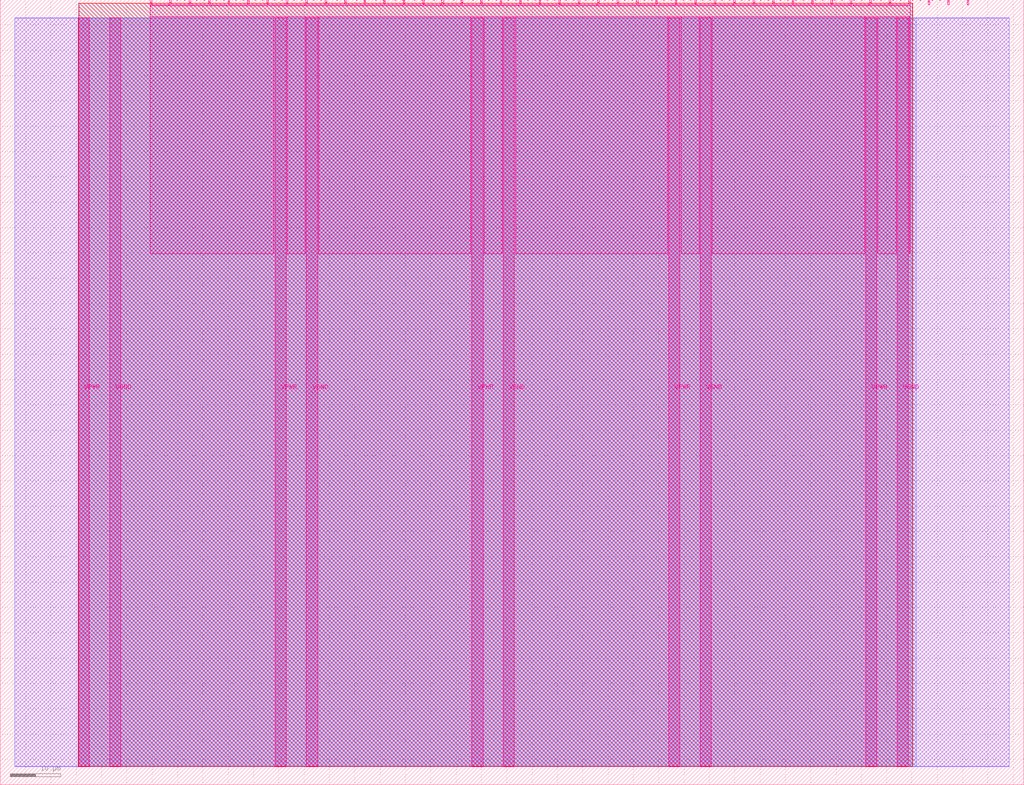
<source format=lef>
VERSION 5.7 ;
  NOWIREEXTENSIONATPIN ON ;
  DIVIDERCHAR "/" ;
  BUSBITCHARS "[]" ;
MACRO tt_um_a_4_array_multiplier
  CLASS BLOCK ;
  FOREIGN tt_um_a_4_array_multiplier ;
  ORIGIN 0.000 0.000 ;
  SIZE 202.080 BY 154.980 ;
  PIN VGND
    DIRECTION INOUT ;
    USE GROUND ;
    PORT
      LAYER Metal5 ;
        RECT 21.580 3.560 23.780 151.420 ;
    END
    PORT
      LAYER Metal5 ;
        RECT 60.450 3.560 62.650 151.420 ;
    END
    PORT
      LAYER Metal5 ;
        RECT 99.320 3.560 101.520 151.420 ;
    END
    PORT
      LAYER Metal5 ;
        RECT 138.190 3.560 140.390 151.420 ;
    END
    PORT
      LAYER Metal5 ;
        RECT 177.060 3.560 179.260 151.420 ;
    END
  END VGND
  PIN VPWR
    DIRECTION INOUT ;
    USE POWER ;
    PORT
      LAYER Metal5 ;
        RECT 15.380 3.560 17.580 151.420 ;
    END
    PORT
      LAYER Metal5 ;
        RECT 54.250 3.560 56.450 151.420 ;
    END
    PORT
      LAYER Metal5 ;
        RECT 93.120 3.560 95.320 151.420 ;
    END
    PORT
      LAYER Metal5 ;
        RECT 131.990 3.560 134.190 151.420 ;
    END
    PORT
      LAYER Metal5 ;
        RECT 170.860 3.560 173.060 151.420 ;
    END
  END VPWR
  PIN clk
    DIRECTION INPUT ;
    USE SIGNAL ;
    PORT
      LAYER Metal5 ;
        RECT 187.050 153.980 187.350 154.980 ;
    END
  END clk
  PIN ena
    DIRECTION INPUT ;
    USE SIGNAL ;
    PORT
      LAYER Metal5 ;
        RECT 190.890 153.980 191.190 154.980 ;
    END
  END ena
  PIN rst_n
    DIRECTION INPUT ;
    USE SIGNAL ;
    PORT
      LAYER Metal5 ;
        RECT 183.210 153.980 183.510 154.980 ;
    END
  END rst_n
  PIN ui_in[0]
    DIRECTION INPUT ;
    USE SIGNAL ;
    ANTENNAGATEAREA 0.213200 ;
    PORT
      LAYER Metal5 ;
        RECT 179.370 153.980 179.670 154.980 ;
    END
  END ui_in[0]
  PIN ui_in[1]
    DIRECTION INPUT ;
    USE SIGNAL ;
    ANTENNAGATEAREA 0.213200 ;
    PORT
      LAYER Metal5 ;
        RECT 175.530 153.980 175.830 154.980 ;
    END
  END ui_in[1]
  PIN ui_in[2]
    DIRECTION INPUT ;
    USE SIGNAL ;
    ANTENNAGATEAREA 0.213200 ;
    PORT
      LAYER Metal5 ;
        RECT 171.690 153.980 171.990 154.980 ;
    END
  END ui_in[2]
  PIN ui_in[3]
    DIRECTION INPUT ;
    USE SIGNAL ;
    ANTENNAGATEAREA 0.213200 ;
    PORT
      LAYER Metal5 ;
        RECT 167.850 153.980 168.150 154.980 ;
    END
  END ui_in[3]
  PIN ui_in[4]
    DIRECTION INPUT ;
    USE SIGNAL ;
    ANTENNAGATEAREA 0.213200 ;
    PORT
      LAYER Metal5 ;
        RECT 164.010 153.980 164.310 154.980 ;
    END
  END ui_in[4]
  PIN ui_in[5]
    DIRECTION INPUT ;
    USE SIGNAL ;
    ANTENNAGATEAREA 0.213200 ;
    PORT
      LAYER Metal5 ;
        RECT 160.170 153.980 160.470 154.980 ;
    END
  END ui_in[5]
  PIN ui_in[6]
    DIRECTION INPUT ;
    USE SIGNAL ;
    ANTENNAGATEAREA 0.213200 ;
    PORT
      LAYER Metal5 ;
        RECT 156.330 153.980 156.630 154.980 ;
    END
  END ui_in[6]
  PIN ui_in[7]
    DIRECTION INPUT ;
    USE SIGNAL ;
    ANTENNAGATEAREA 0.213200 ;
    PORT
      LAYER Metal5 ;
        RECT 152.490 153.980 152.790 154.980 ;
    END
  END ui_in[7]
  PIN uio_in[0]
    DIRECTION INPUT ;
    USE SIGNAL ;
    PORT
      LAYER Metal5 ;
        RECT 148.650 153.980 148.950 154.980 ;
    END
  END uio_in[0]
  PIN uio_in[1]
    DIRECTION INPUT ;
    USE SIGNAL ;
    PORT
      LAYER Metal5 ;
        RECT 144.810 153.980 145.110 154.980 ;
    END
  END uio_in[1]
  PIN uio_in[2]
    DIRECTION INPUT ;
    USE SIGNAL ;
    PORT
      LAYER Metal5 ;
        RECT 140.970 153.980 141.270 154.980 ;
    END
  END uio_in[2]
  PIN uio_in[3]
    DIRECTION INPUT ;
    USE SIGNAL ;
    PORT
      LAYER Metal5 ;
        RECT 137.130 153.980 137.430 154.980 ;
    END
  END uio_in[3]
  PIN uio_in[4]
    DIRECTION INPUT ;
    USE SIGNAL ;
    PORT
      LAYER Metal5 ;
        RECT 133.290 153.980 133.590 154.980 ;
    END
  END uio_in[4]
  PIN uio_in[5]
    DIRECTION INPUT ;
    USE SIGNAL ;
    PORT
      LAYER Metal5 ;
        RECT 129.450 153.980 129.750 154.980 ;
    END
  END uio_in[5]
  PIN uio_in[6]
    DIRECTION INPUT ;
    USE SIGNAL ;
    PORT
      LAYER Metal5 ;
        RECT 125.610 153.980 125.910 154.980 ;
    END
  END uio_in[6]
  PIN uio_in[7]
    DIRECTION INPUT ;
    USE SIGNAL ;
    PORT
      LAYER Metal5 ;
        RECT 121.770 153.980 122.070 154.980 ;
    END
  END uio_in[7]
  PIN uio_oe[0]
    DIRECTION OUTPUT ;
    USE SIGNAL ;
    ANTENNADIFFAREA 0.299200 ;
    PORT
      LAYER Metal5 ;
        RECT 56.490 153.980 56.790 154.980 ;
    END
  END uio_oe[0]
  PIN uio_oe[1]
    DIRECTION OUTPUT ;
    USE SIGNAL ;
    ANTENNADIFFAREA 0.299200 ;
    PORT
      LAYER Metal5 ;
        RECT 52.650 153.980 52.950 154.980 ;
    END
  END uio_oe[1]
  PIN uio_oe[2]
    DIRECTION OUTPUT ;
    USE SIGNAL ;
    ANTENNADIFFAREA 0.299200 ;
    PORT
      LAYER Metal5 ;
        RECT 48.810 153.980 49.110 154.980 ;
    END
  END uio_oe[2]
  PIN uio_oe[3]
    DIRECTION OUTPUT ;
    USE SIGNAL ;
    ANTENNADIFFAREA 0.299200 ;
    PORT
      LAYER Metal5 ;
        RECT 44.970 153.980 45.270 154.980 ;
    END
  END uio_oe[3]
  PIN uio_oe[4]
    DIRECTION OUTPUT ;
    USE SIGNAL ;
    ANTENNADIFFAREA 0.299200 ;
    PORT
      LAYER Metal5 ;
        RECT 41.130 153.980 41.430 154.980 ;
    END
  END uio_oe[4]
  PIN uio_oe[5]
    DIRECTION OUTPUT ;
    USE SIGNAL ;
    ANTENNADIFFAREA 0.299200 ;
    PORT
      LAYER Metal5 ;
        RECT 37.290 153.980 37.590 154.980 ;
    END
  END uio_oe[5]
  PIN uio_oe[6]
    DIRECTION OUTPUT ;
    USE SIGNAL ;
    ANTENNADIFFAREA 0.299200 ;
    PORT
      LAYER Metal5 ;
        RECT 33.450 153.980 33.750 154.980 ;
    END
  END uio_oe[6]
  PIN uio_oe[7]
    DIRECTION OUTPUT ;
    USE SIGNAL ;
    ANTENNADIFFAREA 0.299200 ;
    PORT
      LAYER Metal5 ;
        RECT 29.610 153.980 29.910 154.980 ;
    END
  END uio_oe[7]
  PIN uio_out[0]
    DIRECTION OUTPUT ;
    USE SIGNAL ;
    ANTENNADIFFAREA 0.299200 ;
    PORT
      LAYER Metal5 ;
        RECT 87.210 153.980 87.510 154.980 ;
    END
  END uio_out[0]
  PIN uio_out[1]
    DIRECTION OUTPUT ;
    USE SIGNAL ;
    ANTENNADIFFAREA 0.299200 ;
    PORT
      LAYER Metal5 ;
        RECT 83.370 153.980 83.670 154.980 ;
    END
  END uio_out[1]
  PIN uio_out[2]
    DIRECTION OUTPUT ;
    USE SIGNAL ;
    ANTENNADIFFAREA 0.299200 ;
    PORT
      LAYER Metal5 ;
        RECT 79.530 153.980 79.830 154.980 ;
    END
  END uio_out[2]
  PIN uio_out[3]
    DIRECTION OUTPUT ;
    USE SIGNAL ;
    ANTENNADIFFAREA 0.299200 ;
    PORT
      LAYER Metal5 ;
        RECT 75.690 153.980 75.990 154.980 ;
    END
  END uio_out[3]
  PIN uio_out[4]
    DIRECTION OUTPUT ;
    USE SIGNAL ;
    ANTENNADIFFAREA 0.299200 ;
    PORT
      LAYER Metal5 ;
        RECT 71.850 153.980 72.150 154.980 ;
    END
  END uio_out[4]
  PIN uio_out[5]
    DIRECTION OUTPUT ;
    USE SIGNAL ;
    ANTENNADIFFAREA 0.299200 ;
    PORT
      LAYER Metal5 ;
        RECT 68.010 153.980 68.310 154.980 ;
    END
  END uio_out[5]
  PIN uio_out[6]
    DIRECTION OUTPUT ;
    USE SIGNAL ;
    ANTENNADIFFAREA 0.299200 ;
    PORT
      LAYER Metal5 ;
        RECT 64.170 153.980 64.470 154.980 ;
    END
  END uio_out[6]
  PIN uio_out[7]
    DIRECTION OUTPUT ;
    USE SIGNAL ;
    ANTENNADIFFAREA 0.299200 ;
    PORT
      LAYER Metal5 ;
        RECT 60.330 153.980 60.630 154.980 ;
    END
  END uio_out[7]
  PIN uo_out[0]
    DIRECTION OUTPUT ;
    USE SIGNAL ;
    ANTENNADIFFAREA 0.632400 ;
    PORT
      LAYER Metal5 ;
        RECT 117.930 153.980 118.230 154.980 ;
    END
  END uo_out[0]
  PIN uo_out[1]
    DIRECTION OUTPUT ;
    USE SIGNAL ;
    ANTENNADIFFAREA 0.654800 ;
    PORT
      LAYER Metal5 ;
        RECT 114.090 153.980 114.390 154.980 ;
    END
  END uo_out[1]
  PIN uo_out[2]
    DIRECTION OUTPUT ;
    USE SIGNAL ;
    ANTENNADIFFAREA 0.654800 ;
    PORT
      LAYER Metal5 ;
        RECT 110.250 153.980 110.550 154.980 ;
    END
  END uo_out[2]
  PIN uo_out[3]
    DIRECTION OUTPUT ;
    USE SIGNAL ;
    ANTENNADIFFAREA 0.654800 ;
    PORT
      LAYER Metal5 ;
        RECT 106.410 153.980 106.710 154.980 ;
    END
  END uo_out[3]
  PIN uo_out[4]
    DIRECTION OUTPUT ;
    USE SIGNAL ;
    ANTENNADIFFAREA 0.654800 ;
    PORT
      LAYER Metal5 ;
        RECT 102.570 153.980 102.870 154.980 ;
    END
  END uo_out[4]
  PIN uo_out[5]
    DIRECTION OUTPUT ;
    USE SIGNAL ;
    ANTENNADIFFAREA 0.654800 ;
    PORT
      LAYER Metal5 ;
        RECT 98.730 153.980 99.030 154.980 ;
    END
  END uo_out[5]
  PIN uo_out[6]
    DIRECTION OUTPUT ;
    USE SIGNAL ;
    ANTENNADIFFAREA 0.654800 ;
    PORT
      LAYER Metal5 ;
        RECT 94.890 153.980 95.190 154.980 ;
    END
  END uo_out[6]
  PIN uo_out[7]
    DIRECTION OUTPUT ;
    USE SIGNAL ;
    ANTENNADIFFAREA 0.654800 ;
    PORT
      LAYER Metal5 ;
        RECT 91.050 153.980 91.350 154.980 ;
    END
  END uo_out[7]
  OBS
      LAYER GatPoly ;
        RECT 2.880 3.630 199.200 151.350 ;
      LAYER Metal1 ;
        RECT 2.880 3.560 199.200 151.420 ;
      LAYER Metal2 ;
        RECT 15.515 3.680 180.865 151.300 ;
      LAYER Metal3 ;
        RECT 15.560 3.635 180.100 154.285 ;
      LAYER Metal4 ;
        RECT 15.515 3.680 180.145 154.240 ;
      LAYER Metal5 ;
        RECT 30.120 153.770 33.240 153.980 ;
        RECT 33.960 153.770 37.080 153.980 ;
        RECT 37.800 153.770 40.920 153.980 ;
        RECT 41.640 153.770 44.760 153.980 ;
        RECT 45.480 153.770 48.600 153.980 ;
        RECT 49.320 153.770 52.440 153.980 ;
        RECT 53.160 153.770 56.280 153.980 ;
        RECT 57.000 153.770 60.120 153.980 ;
        RECT 60.840 153.770 63.960 153.980 ;
        RECT 64.680 153.770 67.800 153.980 ;
        RECT 68.520 153.770 71.640 153.980 ;
        RECT 72.360 153.770 75.480 153.980 ;
        RECT 76.200 153.770 79.320 153.980 ;
        RECT 80.040 153.770 83.160 153.980 ;
        RECT 83.880 153.770 87.000 153.980 ;
        RECT 87.720 153.770 90.840 153.980 ;
        RECT 91.560 153.770 94.680 153.980 ;
        RECT 95.400 153.770 98.520 153.980 ;
        RECT 99.240 153.770 102.360 153.980 ;
        RECT 103.080 153.770 106.200 153.980 ;
        RECT 106.920 153.770 110.040 153.980 ;
        RECT 110.760 153.770 113.880 153.980 ;
        RECT 114.600 153.770 117.720 153.980 ;
        RECT 118.440 153.770 121.560 153.980 ;
        RECT 122.280 153.770 125.400 153.980 ;
        RECT 126.120 153.770 129.240 153.980 ;
        RECT 129.960 153.770 133.080 153.980 ;
        RECT 133.800 153.770 136.920 153.980 ;
        RECT 137.640 153.770 140.760 153.980 ;
        RECT 141.480 153.770 144.600 153.980 ;
        RECT 145.320 153.770 148.440 153.980 ;
        RECT 149.160 153.770 152.280 153.980 ;
        RECT 153.000 153.770 156.120 153.980 ;
        RECT 156.840 153.770 159.960 153.980 ;
        RECT 160.680 153.770 163.800 153.980 ;
        RECT 164.520 153.770 167.640 153.980 ;
        RECT 168.360 153.770 171.480 153.980 ;
        RECT 172.200 153.770 175.320 153.980 ;
        RECT 176.040 153.770 179.160 153.980 ;
        RECT 29.660 151.630 179.620 153.770 ;
        RECT 29.660 104.855 54.040 151.630 ;
        RECT 56.660 104.855 60.240 151.630 ;
        RECT 62.860 104.855 92.910 151.630 ;
        RECT 95.530 104.855 99.110 151.630 ;
        RECT 101.730 104.855 131.780 151.630 ;
        RECT 134.400 104.855 137.980 151.630 ;
        RECT 140.600 104.855 170.650 151.630 ;
        RECT 173.270 104.855 176.850 151.630 ;
        RECT 179.470 104.855 179.620 151.630 ;
  END
END tt_um_a_4_array_multiplier
END LIBRARY


</source>
